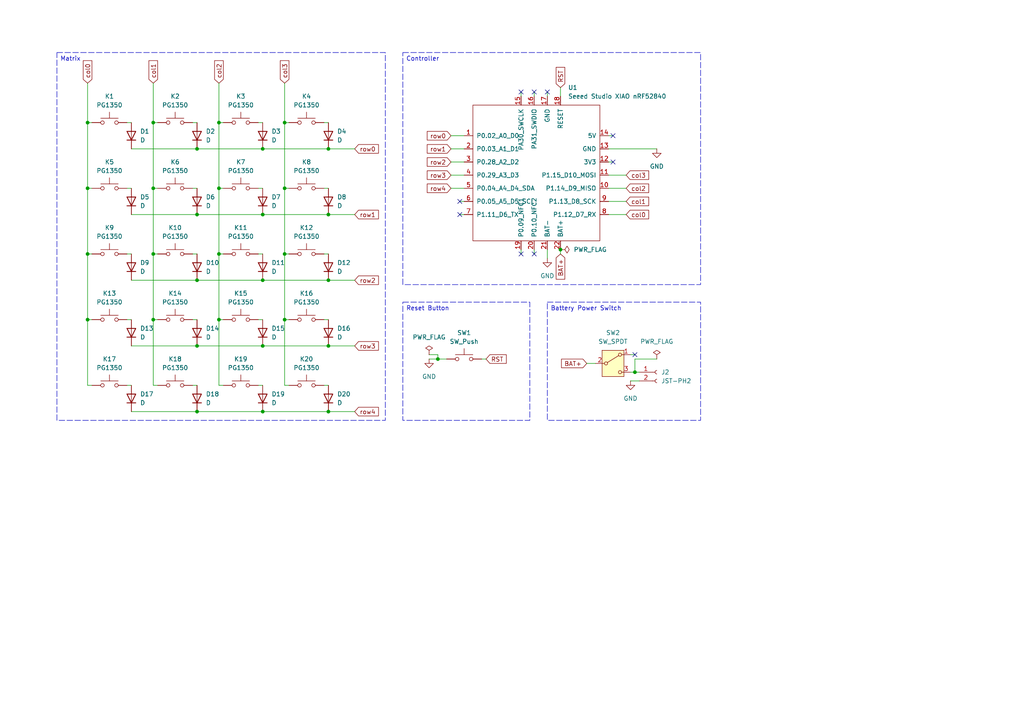
<source format=kicad_sch>
(kicad_sch (version 20231120) (generator "eeschema") (generator_version "8.0")
  (paper "A4")
  (title_block (title "Wee Jock Grid Pad") (date "2024-10-10") (rev "v0.0.2"))
  (lib_symbols
    (symbol "Device:D" (pin_numbers hide) (pin_names (offset 1.016) hide)
      (property "Reference" "D" (at 0 2.54 0))
      (property "Value" "D" (at 0 -2.54 0))
      (symbol "D_0_1"
        (polyline (pts (xy -1.27 1.27) (xy -1.27 -1.27)) (stroke (width 0.254)))
        (polyline (pts (xy 1.27 0) (xy -1.27 0)))
        (polyline (pts (xy 1.27 1.27) (xy 1.27 -1.27) (xy -1.27 0) (xy 1.27 1.27)) (stroke (width 0.254)))
      )
      (symbol "D_1_1"
        (pin passive line (at -3.81 0 0) (length 2.54) (name "K") (number "1"))
        (pin passive line (at 3.81 0 180) (length 2.54) (name "A") (number "2"))
      )
    )
    (symbol "Seeed_Studio_XIAO_Series:Seeed Studio XIAO nRF52840" (pin_names (offset 1.016))
      (property "Reference" "U" (at -19.05 24.13 0))
      (property "Value" "Seeed Studio XIAO nRF52840" (at -5.08 21.59 0))
      (symbol "Seeed Studio XIAO nRF52840_0_1"
        (rectangle (start -19.05 20.32) (end 17.78 -19.05))
      )
      (symbol "Seeed Studio XIAO nRF52840_1_1"
        (pin bidirectional line (at -21.59 11.43 0) (length 2.54) (name "P0.02_A0_D0") (number "1"))
        (pin bidirectional line (at 20.32 -3.81 180) (length 2.54) (name "P1.14_D9_MISO") (number "10"))
        (pin bidirectional line (at 20.32 0 180) (length 2.54) (name "P1.15_D10_MOSI") (number "11"))
        (pin power_in line (at 20.32 3.81 180) (length 2.54) (name "3V3") (number "12"))
        (pin power_in line (at 20.32 7.62 180) (length 2.54) (name "GND") (number "13"))
        (pin power_in line (at 20.32 11.43 180) (length 2.54) (name "5V") (number "14"))
        (pin input line (at -5.08 22.86 270) (length 2.54) (name "PA30_SWCLK") (number "15"))
        (pin bidirectional line (at -1.27 22.86 270) (length 2.54) (name "PA31_SWDIO") (number "16"))
        (pin power_in line (at 2.54 22.86 270) (length 2.54) (name "GND") (number "17"))
        (pin input line (at 6.35 22.86 270) (length 2.54) (name "RESET") (number "18"))
        (pin bidirectional line (at -5.08 -21.59 90) (length 2.54) (name "P0.09_NFC1") (number "19"))
        (pin bidirectional line (at -21.59 7.62 0) (length 2.54) (name "P0.03_A1_D1") (number "2"))
        (pin bidirectional line (at -1.27 -21.59 90) (length 2.54) (name "P0.10_NFC2") (number "20"))
        (pin power_in line (at 2.54 -21.59 90) (length 2.54) (name "BAT-") (number "21"))
        (pin power_in line (at 6.35 -21.59 90) (length 2.54) (name "BAT+") (number "22"))
        (pin bidirectional line (at -21.59 3.81 0) (length 2.54) (name "P0.28_A2_D2") (number "3"))
        (pin bidirectional line (at -21.59 0 0) (length 2.54) (name "P0.29_A3_D3") (number "4"))
        (pin bidirectional line (at -21.59 -3.81 0) (length 2.54) (name "P0.04_A4_D4_SDA") (number "5"))
        (pin bidirectional line (at -21.59 -7.62 0) (length 2.54) (name "P0.05_A5_D5_SCL") (number "6"))
        (pin bidirectional line (at -21.59 -11.43 0) (length 2.54) (name "P1.11_D6_TX") (number "7"))
        (pin bidirectional line (at 20.32 -11.43 180) (length 2.54) (name "P1.12_D7_RX") (number "8"))
        (pin bidirectional line (at 20.32 -7.62 180) (length 2.54) (name "P1.13_D8_SCK") (number "9"))
      )
    )
    (symbol "Switch:SW_Push" (pin_numbers hide) (pin_names (offset 1.016) hide)
      (property "Reference" "SW" (at 1.27 2.54 0))
      (property "Value" "SW_Push" (at 0 -1.524 0))
      (symbol "SW_Push_0_1"
        (circle (center -2.032 0) (radius 0.508))
        (polyline (pts (xy 0 1.27) (xy 0 3.048)))
        (polyline (pts (xy 2.54 1.27) (xy -2.54 1.27)))
        (circle (center 2.032 0) (radius 0.508))
        (pin passive line (at -5.08 0 0) (length 2.54) (name "1") (number "1"))
        (pin passive line (at 5.08 0 180) (length 2.54) (name "2") (number "2"))
      )
    )
    (symbol "Switch:SW_SPDT" (pin_names (offset 0) hide)
      (property "Reference" "SW" (at 0 5.08 0))
      (property "Value" "SW_SPDT" (at 0 -5.08 0))
      (symbol "SW_SPDT_0_1"
        (circle (center -2.032 0) (radius 0.4572))
        (polyline (pts (xy -1.651 0.254) (xy 1.651 2.286)))
        (circle (center 2.032 -2.54) (radius 0.4572))
        (circle (center 2.032 2.54) (radius 0.4572))
      )
      (symbol "SW_SPDT_1_1"
        (rectangle (start -3.175 3.81) (end 3.175 -3.81) (fill (type background)))
        (pin passive line (at 5.08 2.54 180) (length 2.54) (name "A") (number "1"))
        (pin passive line (at -5.08 0 0) (length 2.54) (name "B") (number "2"))
        (pin passive line (at 5.08 -2.54 180) (length 2.54) (name "C") (number "3"))
      )
    )
    (symbol "power:GND" (power) (pin_numbers hide) (pin_names (offset 0) hide)
      (property "Value" "GND" (at 0 -3.81 0))
      (symbol "GND_0_1"
        (polyline (pts (xy 0 0) (xy 0 -1.27) (xy 1.27 -1.27) (xy 0 -2.54) (xy -1.27 -1.27) (xy 0 -1.27)))
      )
      (symbol "GND_1_1"
        (pin power_in line (at 0 0 270) (length 0) (name "~") (number "1"))
      )
    )
    (symbol "power:PWR_FLAG" (power) (pin_numbers hide) (pin_names (offset 0) hide)
      (property "Value" "PWR_FLAG" (at 0 3.81 0))
      (symbol "PWR_FLAG_0_0"
        (pin power_out line (at 0 0 90) (length 0) (name "~") (number "1"))
      )
      (symbol "PWR_FLAG_0_1"
        (polyline (pts (xy 0 0) (xy 0 1.27) (xy -1.016 1.905) (xy 0 2.54) (xy 1.016 1.905) (xy 0 1.27)))
      )
    )
    (symbol "weejock_keyboard_parts:JST-PH2" (pin_names (offset 1.016) hide)
      (property "Reference" "J" (at 0 2.54 0))
      (property "Value" "JST-PH2" (at 0 -5.08 0))
      (symbol "JST-PH2_1_1"
        (arc (start 0 -2.032) (mid -0.5058 -2.54) (end 0 -3.048) (stroke (width 0.1524)))
        (polyline (pts (xy -1.27 -2.54) (xy -0.508 -2.54)) (stroke (width 0.1524)))
        (polyline (pts (xy -1.27 0) (xy -0.508 0)) (stroke (width 0.1524)))
        (arc (start 0 0.508) (mid -0.5058 0) (end 0 -0.508) (stroke (width 0.1524)))
        (pin passive line (at -5.08 0 0) (length 3.81) (name "Pin_1") (number "1"))
        (pin passive line (at -5.08 -2.54 0) (length 3.81) (name "Pin_2") (number "2"))
      )
    )
    (symbol "weejock_keyboard_parts:PG1350" (pin_numbers hide) (pin_names (offset 1.016) hide)
      (property "Reference" "K" (at 1.27 2.54 0))
      (property "Value" "PG1350" (at 0 -1.524 0))
      (symbol "PG1350_0_1"
        (circle (center -2.032 0) (radius 0.508))
        (polyline (pts (xy 0 1.27) (xy 0 3.048)))
        (polyline (pts (xy 2.54 1.27) (xy -2.54 1.27)))
        (circle (center 2.032 0) (radius 0.508))
        (pin passive line (at -5.08 0 0) (length 2.54) (name "1") (number "1"))
        (pin passive line (at 5.08 0 180) (length 2.54) (name "2") (number "2"))
      )
    )
  )
  (junction (at 25.4 73.66))
  (junction (at 57.15 43.18))
  (junction (at 95.25 43.18))
  (junction (at 44.45 35.56))
  (junction (at 44.45 92.71))
  (junction (at 63.5 73.66))
  (junction (at 57.15 100.33))
  (junction (at 57.15 119.38))
  (junction (at 25.4 35.56))
  (junction (at 76.2 81.28))
  (junction (at 127 104.14))
  (junction (at 162.56 72.39))
  (junction (at 25.4 54.61))
  (junction (at 63.5 92.71))
  (junction (at 76.2 43.18))
  (junction (at 95.25 62.23))
  (junction (at 95.25 81.28))
  (junction (at 95.25 119.38))
  (junction (at 63.5 35.56))
  (junction (at 25.4 92.71))
  (junction (at 76.2 62.23))
  (junction (at 44.45 54.61))
  (junction (at 44.45 73.66))
  (junction (at 76.2 100.33))
  (junction (at 82.55 54.61))
  (junction (at 57.15 81.28))
  (junction (at 184.15 107.95))
  (junction (at 82.55 92.71))
  (junction (at 57.15 62.23))
  (junction (at 95.25 100.33))
  (junction (at 82.55 73.66))
  (junction (at 76.2 119.38))
  (junction (at 63.5 54.61))
  (junction (at 82.55 35.56))
  (no_connect (at 184.15 102.87))
  (no_connect (at 177.8 46.99))
  (no_connect (at 133.35 58.42))
  (no_connect (at 154.94 73.66))
  (no_connect (at 151.13 26.67))
  (no_connect (at 158.75 26.67))
  (no_connect (at 154.94 26.67))
  (no_connect (at 133.35 62.23))
  (no_connect (at 177.8 39.37))
  (no_connect (at 151.13 73.66))
  (wire (pts (xy 63.5 111.76) (xy 64.77 111.76)))
  (wire (pts (xy 44.45 111.76) (xy 45.72 111.76)))
  (wire (pts (xy 158.75 26.67) (xy 158.75 27.94)))
  (wire (pts (xy 44.45 35.56) (xy 44.45 54.61)))
  (wire (pts (xy 44.45 73.66) (xy 45.72 73.66)))
  (wire (pts (xy 44.45 54.61) (xy 45.72 54.61)))
  (wire (pts (xy 63.5 24.13) (xy 63.5 35.56)))
  (wire (pts (xy 57.15 62.23) (xy 76.2 62.23)))
  (wire (pts (xy 63.5 73.66) (xy 64.77 73.66)))
  (wire (pts (xy 190.5 104.14) (xy 184.15 104.14)))
  (wire (pts (xy 25.4 54.61) (xy 26.67 54.61)))
  (wire (pts (xy 44.45 92.71) (xy 44.45 111.76)))
  (wire (pts (xy 95.25 100.33) (xy 102.87 100.33)))
  (wire (pts (xy 44.45 92.71) (xy 45.72 92.71)))
  (wire (pts (xy 130.81 54.61) (xy 134.62 54.61)))
  (wire (pts (xy 44.45 35.56) (xy 45.72 35.56)))
  (wire (pts (xy 130.81 43.18) (xy 134.62 43.18)))
  (wire (pts (xy 82.55 35.56) (xy 82.55 54.61)))
  (wire (pts (xy 133.35 58.42) (xy 134.62 58.42)))
  (wire (pts (xy 76.2 81.28) (xy 95.25 81.28)))
  (wire (pts (xy 182.88 107.95) (xy 184.15 107.95)))
  (wire (pts (xy 25.4 54.61) (xy 25.4 73.66)))
  (wire (pts (xy 95.25 62.23) (xy 102.87 62.23)))
  (wire (pts (xy 74.93 54.61) (xy 76.2 54.61)))
  (wire (pts (xy 25.4 24.13) (xy 25.4 35.56)))
  (wire (pts (xy 44.45 73.66) (xy 44.45 92.71)))
  (wire (pts (xy 38.1 100.33) (xy 57.15 100.33)))
  (wire (pts (xy 93.98 73.66) (xy 95.25 73.66)))
  (wire (pts (xy 57.15 100.33) (xy 76.2 100.33)))
  (wire (pts (xy 25.4 92.71) (xy 25.4 111.76)))
  (wire (pts (xy 25.4 73.66) (xy 25.4 92.71)))
  (wire (pts (xy 82.55 92.71) (xy 83.82 92.71)))
  (wire (pts (xy 82.55 35.56) (xy 83.82 35.56)))
  (wire (pts (xy 158.75 74.93) (xy 158.75 72.39)))
  (wire (pts (xy 55.88 111.76) (xy 57.15 111.76)))
  (wire (pts (xy 82.55 92.71) (xy 82.55 111.76)))
  (wire (pts (xy 95.25 119.38) (xy 102.87 119.38)))
  (wire (pts (xy 63.5 35.56) (xy 64.77 35.56)))
  (wire (pts (xy 63.5 92.71) (xy 64.77 92.71)))
  (wire (pts (xy 139.7 104.14) (xy 140.97 104.14)))
  (wire (pts (xy 182.88 110.49) (xy 185.42 110.49)))
  (wire (pts (xy 184.15 104.14) (xy 184.15 107.95)))
  (wire (pts (xy 38.1 81.28) (xy 57.15 81.28)))
  (wire (pts (xy 63.5 54.61) (xy 63.5 73.66)))
  (wire (pts (xy 151.13 26.67) (xy 151.13 27.94)))
  (wire (pts (xy 38.1 43.18) (xy 57.15 43.18)))
  (wire (pts (xy 55.88 54.61) (xy 57.15 54.61)))
  (wire (pts (xy 124.46 102.87) (xy 127 102.87)))
  (wire (pts (xy 130.81 46.99) (xy 134.62 46.99)))
  (wire (pts (xy 133.35 62.23) (xy 134.62 62.23)))
  (wire (pts (xy 25.4 92.71) (xy 26.67 92.71)))
  (wire (pts (xy 82.55 24.13) (xy 82.55 35.56)))
  (wire (pts (xy 184.15 102.87) (xy 182.88 102.87)))
  (wire (pts (xy 63.5 73.66) (xy 63.5 92.71)))
  (wire (pts (xy 124.46 104.14) (xy 127 104.14)))
  (wire (pts (xy 44.45 54.61) (xy 44.45 73.66)))
  (wire (pts (xy 127 104.14) (xy 129.54 104.14)))
  (wire (pts (xy 162.56 73.66) (xy 162.56 72.39)))
  (wire (pts (xy 93.98 92.71) (xy 95.25 92.71)))
  (wire (pts (xy 93.98 35.56) (xy 95.25 35.56)))
  (wire (pts (xy 95.25 43.18) (xy 102.87 43.18)))
  (wire (pts (xy 25.4 35.56) (xy 25.4 54.61)))
  (wire (pts (xy 57.15 119.38) (xy 76.2 119.38)))
  (wire (pts (xy 130.81 39.37) (xy 134.62 39.37)))
  (wire (pts (xy 76.2 100.33) (xy 95.25 100.33)))
  (wire (pts (xy 74.93 111.76) (xy 76.2 111.76)))
  (wire (pts (xy 36.83 73.66) (xy 38.1 73.66)))
  (wire (pts (xy 57.15 81.28) (xy 76.2 81.28)))
  (wire (pts (xy 76.2 43.18) (xy 95.25 43.18)))
  (wire (pts (xy 36.83 111.76) (xy 38.1 111.76)))
  (wire (pts (xy 55.88 35.56) (xy 57.15 35.56)))
  (wire (pts (xy 36.83 35.56) (xy 38.1 35.56)))
  (wire (pts (xy 82.55 111.76) (xy 83.82 111.76)))
  (wire (pts (xy 82.55 54.61) (xy 83.82 54.61)))
  (wire (pts (xy 38.1 119.38) (xy 57.15 119.38)))
  (wire (pts (xy 55.88 92.71) (xy 57.15 92.71)))
  (wire (pts (xy 151.13 73.66) (xy 151.13 72.39)))
  (wire (pts (xy 55.88 73.66) (xy 57.15 73.66)))
  (wire (pts (xy 93.98 111.76) (xy 95.25 111.76)))
  (wire (pts (xy 127 102.87) (xy 127 104.14)))
  (wire (pts (xy 176.53 58.42) (xy 181.61 58.42)))
  (wire (pts (xy 76.2 62.23) (xy 95.25 62.23)))
  (wire (pts (xy 76.2 119.38) (xy 95.25 119.38)))
  (wire (pts (xy 63.5 35.56) (xy 63.5 54.61)))
  (wire (pts (xy 177.8 46.99) (xy 176.53 46.99)))
  (wire (pts (xy 44.45 24.13) (xy 44.45 35.56)))
  (wire (pts (xy 82.55 73.66) (xy 83.82 73.66)))
  (wire (pts (xy 38.1 62.23) (xy 57.15 62.23)))
  (wire (pts (xy 176.53 54.61) (xy 181.61 54.61)))
  (wire (pts (xy 95.25 81.28) (xy 102.87 81.28)))
  (wire (pts (xy 74.93 73.66) (xy 76.2 73.66)))
  (wire (pts (xy 162.56 25.4) (xy 162.56 27.94)))
  (wire (pts (xy 176.53 50.8) (xy 181.61 50.8)))
  (wire (pts (xy 25.4 35.56) (xy 26.67 35.56)))
  (wire (pts (xy 25.4 73.66) (xy 26.67 73.66)))
  (wire (pts (xy 93.98 54.61) (xy 95.25 54.61)))
  (wire (pts (xy 74.93 92.71) (xy 76.2 92.71)))
  (wire (pts (xy 25.4 111.76) (xy 26.67 111.76)))
  (wire (pts (xy 82.55 54.61) (xy 82.55 73.66)))
  (wire (pts (xy 36.83 92.71) (xy 38.1 92.71)))
  (wire (pts (xy 63.5 54.61) (xy 64.77 54.61)))
  (wire (pts (xy 190.5 43.18) (xy 176.53 43.18)))
  (wire (pts (xy 154.94 73.66) (xy 154.94 72.39)))
  (wire (pts (xy 170.18 105.41) (xy 172.72 105.41)))
  (wire (pts (xy 63.5 92.71) (xy 63.5 111.76)))
  (wire (pts (xy 74.93 35.56) (xy 76.2 35.56)))
  (wire (pts (xy 57.15 43.18) (xy 76.2 43.18)))
  (wire (pts (xy 36.83 54.61) (xy 38.1 54.61)))
  (wire (pts (xy 177.8 39.37) (xy 176.53 39.37)))
  (wire (pts (xy 154.94 26.67) (xy 154.94 27.94)))
  (wire (pts (xy 176.53 62.23) (xy 181.61 62.23)))
  (wire (pts (xy 82.55 73.66) (xy 82.55 92.71)))
  (wire (pts (xy 184.15 107.95) (xy 185.42 107.95)))
  (wire (pts (xy 130.81 50.8) (xy 134.62 50.8)))
  (text_box "Reset Button" (at 116.84 87.63 0) (size 36.83 34.29) (stroke (width 0) (type dash)) (effects (font (size 1.27 1.27)) (justify left top)))
  (text_box "Matrix" (at 16.51 15.24 0) (size 95.25 106.68) (stroke (width 0) (type dash)) (effects (font (size 1.27 1.27)) (justify left top)))
  (text_box "Controller" (at 116.84 15.24 0) (size 86.36 67.31) (stroke (width 0) (type dash)) (effects (font (size 1.27 1.27)) (justify left top)))
  (text_box "Battery Power Switch" (at 158.75 87.63 0) (size 44.45 34.29) (stroke (width 0) (type dash)) (effects (font (size 1.27 1.27)) (justify left top)))
  (global_label "RST" (shape input) (at 140.97 104.14 0) (property "Intersheetrefs" "${INTERSHEET_REFS}" (effects (hide yes))))
  (global_label "row2" (shape input) (at 102.87 81.28 0) (property "Intersheetrefs" "${INTERSHEET_REFS}" (effects (hide yes))))
  (global_label "row4" (shape input) (at 102.87 119.38 0) (property "Intersheetrefs" "${INTERSHEET_REFS}" (effects (hide yes))))
  (global_label "BAT+" (shape input) (at 162.56 73.66 270) (property "Intersheetrefs" "${INTERSHEET_REFS}" (effects (hide yes))))
  (global_label "col1" (shape input) (at 44.45 24.13 90) (property "Intersheetrefs" "${INTERSHEET_REFS}" (effects (hide yes))))
  (global_label "col0" (shape input) (at 25.4 24.13 90) (property "Intersheetrefs" "${INTERSHEET_REFS}" (effects (hide yes))))
  (global_label "col3" (shape input) (at 181.61 50.8 0) (property "Intersheetrefs" "${INTERSHEET_REFS}" (effects (hide yes))))
  (global_label "row3" (shape input) (at 130.81 50.8 180) (property "Intersheetrefs" "${INTERSHEET_REFS}" (effects (hide yes))))
  (global_label "col1" (shape input) (at 181.61 58.42 0) (property "Intersheetrefs" "${INTERSHEET_REFS}" (effects (hide yes))))
  (global_label "row2" (shape input) (at 130.81 46.99 180) (property "Intersheetrefs" "${INTERSHEET_REFS}" (effects (hide yes))))
  (global_label "col2" (shape input) (at 181.61 54.61 0) (property "Intersheetrefs" "${INTERSHEET_REFS}" (effects (hide yes))))
  (global_label "row3" (shape input) (at 102.87 100.33 0) (property "Intersheetrefs" "${INTERSHEET_REFS}" (effects (hide yes))))
  (global_label "BAT+" (shape input) (at 170.18 105.41 180) (property "Intersheetrefs" "${INTERSHEET_REFS}" (effects (hide yes))))
  (global_label "col2" (shape input) (at 63.5 24.13 90) (property "Intersheetrefs" "${INTERSHEET_REFS}" (effects (hide yes))))
  (global_label "row1" (shape input) (at 102.87 62.23 0) (property "Intersheetrefs" "${INTERSHEET_REFS}" (effects (hide yes))))
  (global_label "col0" (shape input) (at 181.61 62.23 0) (property "Intersheetrefs" "${INTERSHEET_REFS}" (effects (hide yes))))
  (global_label "row4" (shape input) (at 130.81 54.61 180) (property "Intersheetrefs" "${INTERSHEET_REFS}" (effects (hide yes))))
  (global_label "row0" (shape input) (at 130.81 39.37 180) (property "Intersheetrefs" "${INTERSHEET_REFS}" (effects (hide yes))))
  (global_label "row0" (shape input) (at 102.87 43.18 0) (property "Intersheetrefs" "${INTERSHEET_REFS}" (effects (hide yes))))
  (global_label "row1" (shape input) (at 130.81 43.18 180) (property "Intersheetrefs" "${INTERSHEET_REFS}" (effects (hide yes))))
  (global_label "RST" (shape input) (at 162.56 25.4 90) (property "Intersheetrefs" "${INTERSHEET_REFS}" (effects (hide yes))))
  (global_label "col3" (shape input) (at 82.55 24.13 90) (property "Intersheetrefs" "${INTERSHEET_REFS}" (effects (hide yes))))
  (symbol (lib_id "Seeed_Studio_XIAO_Series:Seeed Studio XIAO nRF52840") (at 156.21 50.8 0) (unit 1)
    (property "Reference" "U1" (at 164.7541 25.4 0) (effects (justify left)))
    (property "Value" "Seeed Studio XIAO nRF52840" (at 164.7541 27.94 0) (effects (justify left)))
    (property "Footprint" "weejock_library:Castellated XIAO with BAT+ and RST" (effects (hide yes)))
  )
  (symbol (lib_id "Device:D") (at 38.1 58.42 90) (unit 1)
    (property "Reference" "D5" (at 40.64 57.1499 90) (effects (justify right)))
    (property "Value" "D" (at 40.64 59.6899 90) (effects (justify right)))
    (property "Footprint" "Diode_SMD:D_SOD-123" (effects (hide yes)))
    (property "Description" "Diode" (effects (hide yes)))
    (property "Sim.Device" "D" (effects (hide yes)))
    (property "Sim.Pins" "1=K 2=A" (effects (hide yes)))
  )
  (symbol (lib_id "weejock_keyboard_parts:PG1350") (at 88.9 73.66 0) (unit 1)
    (property "Reference" "K12" (at 88.9 66.04 0))
    (property "Value" "PG1350" (at 88.9 68.58 0))
    (property "Footprint" "weejock_library:SW_Kailh_Choc_V1" (effects (hide yes)))
    (property "Description" "Kailh low-profile key switch, normally-open" (effects (hide yes)))
  )
  (symbol (lib_id "weejock_keyboard_parts:PG1350") (at 50.8 92.71 0) (unit 1)
    (property "Reference" "K14" (at 50.8 85.09 0))
    (property "Value" "PG1350" (at 50.8 87.63 0))
    (property "Footprint" "weejock_library:SW_Kailh_Choc_V1" (effects (hide yes)))
    (property "Description" "Kailh low-profile key switch, normally-open" (effects (hide yes)))
  )
  (symbol (lib_id "Device:D") (at 76.2 77.47 90) (unit 1)
    (property "Reference" "D11" (at 78.74 76.1999 90) (effects (justify right)))
    (property "Value" "D" (at 78.74 78.7399 90) (effects (justify right)))
    (property "Footprint" "Diode_SMD:D_SOD-123" (effects (hide yes)))
    (property "Description" "Diode" (effects (hide yes)))
    (property "Sim.Device" "D" (effects (hide yes)))
    (property "Sim.Pins" "1=K 2=A" (effects (hide yes)))
  )
  (symbol (lib_id "weejock_keyboard_parts:PG1350") (at 69.85 73.66 0) (unit 1)
    (property "Reference" "K11" (at 69.85 66.04 0))
    (property "Value" "PG1350" (at 69.85 68.58 0))
    (property "Footprint" "weejock_library:SW_Kailh_Choc_V1" (effects (hide yes)))
    (property "Description" "Kailh low-profile key switch, normally-open" (effects (hide yes)))
  )
  (symbol (lib_id "power:GND") (at 158.75 74.93 0) (unit 1)
    (property "Reference" "#PWR02" (effects (hide yes)))
    (property "Value" "GND" (at 158.75 80.01 0))
    (property "Description" "Power symbol creates a global label with name \"GND\" , ground" (effects (hide yes)))
  )
  (symbol (lib_id "Device:D") (at 38.1 39.37 90) (unit 1)
    (property "Reference" "D1" (at 40.64 38.0999 90) (effects (justify right)))
    (property "Value" "D" (at 40.64 40.6399 90) (effects (justify right)))
    (property "Footprint" "Diode_SMD:D_SOD-123" (effects (hide yes)))
    (property "Description" "Diode" (effects (hide yes)))
    (property "Sim.Device" "D" (effects (hide yes)))
    (property "Sim.Pins" "1=K 2=A" (effects (hide yes)))
  )
  (symbol (lib_id "Switch:SW_Push") (at 134.62 104.14 0) (unit 1)
    (property "Reference" "SW1" (at 134.62 96.52 0))
    (property "Value" "SW_Push" (at 134.62 99.06 0))
    (property "Footprint" "Button_Switch_SMD:SW_Push_SPST_NO_Alps_SKRK" (effects (hide yes)))
    (property "Description" "Push button switch, generic, two pins" (effects (hide yes)))
  )
  (symbol (lib_id "Device:D") (at 38.1 77.47 90) (unit 1)
    (property "Reference" "D9" (at 40.64 76.1999 90) (effects (justify right)))
    (property "Value" "D" (at 40.64 78.7399 90) (effects (justify right)))
    (property "Footprint" "Diode_SMD:D_SOD-123" (effects (hide yes)))
    (property "Description" "Diode" (effects (hide yes)))
    (property "Sim.Device" "D" (effects (hide yes)))
    (property "Sim.Pins" "1=K 2=A" (effects (hide yes)))
  )
  (symbol (lib_id "Device:D") (at 76.2 58.42 90) (unit 1)
    (property "Reference" "D7" (at 78.74 57.1499 90) (effects (justify right)))
    (property "Value" "D" (at 78.74 59.6899 90) (effects (justify right)))
    (property "Footprint" "Diode_SMD:D_SOD-123" (effects (hide yes)))
    (property "Description" "Diode" (effects (hide yes)))
    (property "Sim.Device" "D" (effects (hide yes)))
    (property "Sim.Pins" "1=K 2=A" (effects (hide yes)))
  )
  (symbol (lib_id "weejock_keyboard_parts:PG1350") (at 88.9 54.61 0) (unit 1)
    (property "Reference" "K8" (at 88.9 46.99 0))
    (property "Value" "PG1350" (at 88.9 49.53 0))
    (property "Footprint" "weejock_library:SW_Kailh_Choc_V1" (effects (hide yes)))
    (property "Description" "Kailh low-profile key switch, normally-open" (effects (hide yes)))
  )
  (symbol (lib_id "weejock_keyboard_parts:JST-PH2") (at 190.5 107.95 0) (unit 1)
    (property "Reference" "J2" (at 191.77 107.9499 0) (effects (justify left)))
    (property "Value" "JST-PH2" (at 191.77 110.4899 0) (effects (justify left)))
    (property "Footprint" "Connector_JST:JST_PH_S2B-PH-K_1x02_P2.00mm_Horizontal" (effects (hide yes)))
    (property "Description" "Generic connector, single row, 01x02, script generated" (effects (hide yes)))
  )
  (symbol (lib_id "Device:D") (at 38.1 96.52 90) (unit 1)
    (property "Reference" "D13" (at 40.64 95.2499 90) (effects (justify right)))
    (property "Value" "D" (at 40.64 97.7899 90) (effects (justify right)))
    (property "Footprint" "Diode_SMD:D_SOD-123" (effects (hide yes)))
    (property "Description" "Diode" (effects (hide yes)))
    (property "Sim.Device" "D" (effects (hide yes)))
    (property "Sim.Pins" "1=K 2=A" (effects (hide yes)))
  )
  (symbol (lib_id "Device:D") (at 95.25 39.37 90) (unit 1)
    (property "Reference" "D4" (at 97.79 38.0999 90) (effects (justify right)))
    (property "Value" "D" (at 97.79 40.6399 90) (effects (justify right)))
    (property "Footprint" "Diode_SMD:D_SOD-123" (effects (hide yes)))
    (property "Description" "Diode" (effects (hide yes)))
    (property "Sim.Device" "D" (effects (hide yes)))
    (property "Sim.Pins" "1=K 2=A" (effects (hide yes)))
  )
  (symbol (lib_id "Device:D") (at 76.2 115.57 90) (unit 1)
    (property "Reference" "D19" (at 78.74 114.2999 90) (effects (justify right)))
    (property "Value" "D" (at 78.74 116.8399 90) (effects (justify right)))
    (property "Footprint" "Diode_SMD:D_SOD-123" (effects (hide yes)))
    (property "Description" "Diode" (effects (hide yes)))
    (property "Sim.Device" "D" (effects (hide yes)))
    (property "Sim.Pins" "1=K 2=A" (effects (hide yes)))
  )
  (symbol (lib_id "weejock_keyboard_parts:PG1350") (at 50.8 111.76 0) (unit 1)
    (property "Reference" "K18" (at 50.8 104.14 0))
    (property "Value" "PG1350" (at 50.8 106.68 0))
    (property "Footprint" "weejock_library:SW_Kailh_Choc_V1" (effects (hide yes)))
    (property "Description" "Kailh low-profile key switch, normally-open" (effects (hide yes)))
  )
  (symbol (lib_id "power:PWR_FLAG") (at 162.56 72.39 270) (unit 1)
    (property "Reference" "#FLG03" (effects (hide yes)))
    (property "Value" "PWR_FLAG" (at 166.37 72.3899 90) (effects (justify left)))
    (property "Description" "Special symbol for telling ERC where power comes from" (effects (hide yes)))
  )
  (symbol (lib_id "Device:D") (at 95.25 77.47 90) (unit 1)
    (property "Reference" "D12" (at 97.79 76.1999 90) (effects (justify right)))
    (property "Value" "D" (at 97.79 78.7399 90) (effects (justify right)))
    (property "Footprint" "Diode_SMD:D_SOD-123" (effects (hide yes)))
    (property "Description" "Diode" (effects (hide yes)))
    (property "Sim.Device" "D" (effects (hide yes)))
    (property "Sim.Pins" "1=K 2=A" (effects (hide yes)))
  )
  (symbol (lib_id "weejock_keyboard_parts:PG1350") (at 69.85 54.61 0) (unit 1)
    (property "Reference" "K7" (at 69.85 46.99 0))
    (property "Value" "PG1350" (at 69.85 49.53 0))
    (property "Footprint" "weejock_library:SW_Kailh_Choc_V1" (effects (hide yes)))
    (property "Description" "Kailh low-profile key switch, normally-open" (effects (hide yes)))
  )
  (symbol (lib_id "weejock_keyboard_parts:PG1350") (at 50.8 73.66 0) (unit 1)
    (property "Reference" "K10" (at 50.8 66.04 0))
    (property "Value" "PG1350" (at 50.8 68.58 0))
    (property "Footprint" "weejock_library:SW_Kailh_Choc_V1" (effects (hide yes)))
    (property "Description" "Kailh low-profile key switch, normally-open" (effects (hide yes)))
  )
  (symbol (lib_id "Device:D") (at 76.2 96.52 90) (unit 1)
    (property "Reference" "D15" (at 78.74 95.2499 90) (effects (justify right)))
    (property "Value" "D" (at 78.74 97.7899 90) (effects (justify right)))
    (property "Footprint" "Diode_SMD:D_SOD-123" (effects (hide yes)))
    (property "Description" "Diode" (effects (hide yes)))
    (property "Sim.Device" "D" (effects (hide yes)))
    (property "Sim.Pins" "1=K 2=A" (effects (hide yes)))
  )
  (symbol (lib_id "weejock_keyboard_parts:PG1350") (at 69.85 35.56 0) (unit 1)
    (property "Reference" "K3" (at 69.85 27.94 0))
    (property "Value" "PG1350" (at 69.85 30.48 0))
    (property "Footprint" "weejock_library:SW_Kailh_Choc_V1" (effects (hide yes)))
    (property "Description" "Kailh low-profile key switch, normally-open" (effects (hide yes)))
  )
  (symbol (lib_id "power:GND") (at 190.5 43.18 0) (unit 1)
    (property "Reference" "#PWR03" (effects (hide yes)))
    (property "Value" "GND" (at 190.5 48.26 0))
    (property "Description" "Power symbol creates a global label with name \"GND\" , ground" (effects (hide yes)))
  )
  (symbol (lib_id "weejock_keyboard_parts:PG1350") (at 31.75 54.61 0) (unit 1)
    (property "Reference" "K5" (at 31.75 46.99 0))
    (property "Value" "PG1350" (at 31.75 49.53 0))
    (property "Footprint" "weejock_library:SW_Kailh_Choc_V1" (effects (hide yes)))
    (property "Description" "Kailh low-profile key switch, normally-open" (effects (hide yes)))
  )
  (symbol (lib_id "Device:D") (at 57.15 96.52 90) (unit 1)
    (property "Reference" "D14" (at 59.69 95.2499 90) (effects (justify right)))
    (property "Value" "D" (at 59.69 97.7899 90) (effects (justify right)))
    (property "Footprint" "Diode_SMD:D_SOD-123" (effects (hide yes)))
    (property "Description" "Diode" (effects (hide yes)))
    (property "Sim.Device" "D" (effects (hide yes)))
    (property "Sim.Pins" "1=K 2=A" (effects (hide yes)))
  )
  (symbol (lib_id "weejock_keyboard_parts:PG1350") (at 50.8 35.56 0) (unit 1)
    (property "Reference" "K2" (at 50.8 27.94 0))
    (property "Value" "PG1350" (at 50.8 30.48 0))
    (property "Footprint" "weejock_library:SW_Kailh_Choc_V1" (effects (hide yes)))
    (property "Description" "Kailh low-profile key switch, normally-open" (effects (hide yes)))
  )
  (symbol (lib_id "Device:D") (at 95.25 96.52 90) (unit 1)
    (property "Reference" "D16" (at 97.79 95.2499 90) (effects (justify right)))
    (property "Value" "D" (at 97.79 97.7899 90) (effects (justify right)))
    (property "Footprint" "Diode_SMD:D_SOD-123" (effects (hide yes)))
    (property "Description" "Diode" (effects (hide yes)))
    (property "Sim.Device" "D" (effects (hide yes)))
    (property "Sim.Pins" "1=K 2=A" (effects (hide yes)))
  )
  (symbol (lib_id "Device:D") (at 57.15 58.42 90) (unit 1)
    (property "Reference" "D6" (at 59.69 57.1499 90) (effects (justify right)))
    (property "Value" "D" (at 59.69 59.6899 90) (effects (justify right)))
    (property "Footprint" "Diode_SMD:D_SOD-123" (effects (hide yes)))
    (property "Description" "Diode" (effects (hide yes)))
    (property "Sim.Device" "D" (effects (hide yes)))
    (property "Sim.Pins" "1=K 2=A" (effects (hide yes)))
  )
  (symbol (lib_id "weejock_keyboard_parts:PG1350") (at 31.75 73.66 0) (unit 1)
    (property "Reference" "K9" (at 31.75 66.04 0))
    (property "Value" "PG1350" (at 31.75 68.58 0))
    (property "Footprint" "weejock_library:SW_Kailh_Choc_V1" (effects (hide yes)))
    (property "Description" "Kailh low-profile key switch, normally-open" (effects (hide yes)))
  )
  (symbol (lib_id "weejock_keyboard_parts:PG1350") (at 31.75 35.56 0) (unit 1)
    (property "Reference" "K1" (at 31.75 27.94 0))
    (property "Value" "PG1350" (at 31.75 30.48 0))
    (property "Footprint" "weejock_library:SW_Kailh_Choc_V1" (effects (hide yes)))
    (property "Description" "Kailh low-profile key switch, normally-open" (effects (hide yes)))
  )
  (symbol (lib_id "Device:D") (at 95.25 58.42 90) (unit 1)
    (property "Reference" "D8" (at 97.79 57.1499 90) (effects (justify right)))
    (property "Value" "D" (at 97.79 59.6899 90) (effects (justify right)))
    (property "Footprint" "Diode_SMD:D_SOD-123" (effects (hide yes)))
    (property "Description" "Diode" (effects (hide yes)))
    (property "Sim.Device" "D" (effects (hide yes)))
    (property "Sim.Pins" "1=K 2=A" (effects (hide yes)))
  )
  (symbol (lib_id "weejock_keyboard_parts:PG1350") (at 88.9 92.71 0) (unit 1)
    (property "Reference" "K16" (at 88.9 85.09 0))
    (property "Value" "PG1350" (at 88.9 87.63 0))
    (property "Footprint" "weejock_library:SW_Kailh_Choc_V1" (effects (hide yes)))
    (property "Description" "Kailh low-profile key switch, normally-open" (effects (hide yes)))
  )
  (symbol (lib_id "Device:D") (at 57.15 77.47 90) (unit 1)
    (property "Reference" "D10" (at 59.69 76.1999 90) (effects (justify right)))
    (property "Value" "D" (at 59.69 78.7399 90) (effects (justify right)))
    (property "Footprint" "Diode_SMD:D_SOD-123" (effects (hide yes)))
    (property "Description" "Diode" (effects (hide yes)))
    (property "Sim.Device" "D" (effects (hide yes)))
    (property "Sim.Pins" "1=K 2=A" (effects (hide yes)))
  )
  (symbol (lib_id "Device:D") (at 57.15 115.57 90) (unit 1)
    (property "Reference" "D18" (at 59.69 114.2999 90) (effects (justify right)))
    (property "Value" "D" (at 59.69 116.8399 90) (effects (justify right)))
    (property "Footprint" "Diode_SMD:D_SOD-123" (effects (hide yes)))
    (property "Description" "Diode" (effects (hide yes)))
    (property "Sim.Device" "D" (effects (hide yes)))
    (property "Sim.Pins" "1=K 2=A" (effects (hide yes)))
  )
  (symbol (lib_id "weejock_keyboard_parts:PG1350") (at 69.85 111.76 0) (unit 1)
    (property "Reference" "K19" (at 69.85 104.14 0))
    (property "Value" "PG1350" (at 69.85 106.68 0))
    (property "Footprint" "weejock_library:SW_Kailh_Choc_V1" (effects (hide yes)))
    (property "Description" "Kailh low-profile key switch, normally-open" (effects (hide yes)))
  )
  (symbol (lib_id "Device:D") (at 38.1 115.57 90) (unit 1)
    (property "Reference" "D17" (at 40.64 114.2999 90) (effects (justify right)))
    (property "Value" "D" (at 40.64 116.8399 90) (effects (justify right)))
    (property "Footprint" "Diode_SMD:D_SOD-123" (effects (hide yes)))
    (property "Description" "Diode" (effects (hide yes)))
    (property "Sim.Device" "D" (effects (hide yes)))
    (property "Sim.Pins" "1=K 2=A" (effects (hide yes)))
  )
  (symbol (lib_id "Switch:SW_SPDT") (at 177.8 105.41 0) (unit 1)
    (property "Reference" "SW2" (at 177.8 96.52 0))
    (property "Value" "SW_SPDT" (at 177.8 99.06 0))
    (property "Footprint" "Button_Switch_SMD:SW_SPDT_PCM12" (effects (hide yes)))
    (property "Description" "Switch, single pole double throw" (effects (hide yes)))
  )
  (symbol (lib_id "power:PWR_FLAG") (at 190.5 104.14 0) (unit 1)
    (property "Reference" "#FLG01" (effects (hide yes)))
    (property "Value" "PWR_FLAG" (at 190.5 99.06 0))
    (property "Description" "Special symbol for telling ERC where power comes from" (effects (hide yes)))
  )
  (symbol (lib_id "Device:D") (at 76.2 39.37 90) (unit 1)
    (property "Reference" "D3" (at 78.74 38.0999 90) (effects (justify right)))
    (property "Value" "D" (at 78.74 40.6399 90) (effects (justify right)))
    (property "Footprint" "Diode_SMD:D_SOD-123" (effects (hide yes)))
    (property "Description" "Diode" (effects (hide yes)))
    (property "Sim.Device" "D" (effects (hide yes)))
    (property "Sim.Pins" "1=K 2=A" (effects (hide yes)))
  )
  (symbol (lib_id "power:PWR_FLAG") (at 124.46 102.87 0) (unit 1)
    (property "Reference" "#FLG02" (effects (hide yes)))
    (property "Value" "PWR_FLAG" (at 124.46 97.79 0))
    (property "Description" "Special symbol for telling ERC where power comes from" (effects (hide yes)))
  )
  (symbol (lib_id "weejock_keyboard_parts:PG1350") (at 69.85 92.71 0) (unit 1)
    (property "Reference" "K15" (at 69.85 85.09 0))
    (property "Value" "PG1350" (at 69.85 87.63 0))
    (property "Footprint" "weejock_library:SW_Kailh_Choc_V1" (effects (hide yes)))
    (property "Description" "Kailh low-profile key switch, normally-open" (effects (hide yes)))
  )
  (symbol (lib_id "weejock_keyboard_parts:PG1350") (at 88.9 111.76 0) (unit 1)
    (property "Reference" "K20" (at 88.9 104.14 0))
    (property "Value" "PG1350" (at 88.9 106.68 0))
    (property "Footprint" "weejock_library:SW_Kailh_Choc_V1" (effects (hide yes)))
    (property "Description" "Kailh low-profile key switch, normally-open" (effects (hide yes)))
  )
  (symbol (lib_id "weejock_keyboard_parts:PG1350") (at 31.75 111.76 0) (unit 1)
    (property "Reference" "K17" (at 31.75 104.14 0))
    (property "Value" "PG1350" (at 31.75 106.68 0))
    (property "Footprint" "weejock_library:SW_Kailh_Choc_V1" (effects (hide yes)))
    (property "Description" "Kailh low-profile key switch, normally-open" (effects (hide yes)))
  )
  (symbol (lib_id "weejock_keyboard_parts:PG1350") (at 88.9 35.56 0) (unit 1)
    (property "Reference" "K4" (at 88.9 27.94 0))
    (property "Value" "PG1350" (at 88.9 30.48 0))
    (property "Footprint" "weejock_library:SW_Kailh_Choc_V1" (effects (hide yes)))
    (property "Description" "Kailh low-profile key switch, normally-open" (effects (hide yes)))
  )
  (symbol (lib_id "weejock_keyboard_parts:PG1350") (at 31.75 92.71 0) (unit 1)
    (property "Reference" "K13" (at 31.75 85.09 0))
    (property "Value" "PG1350" (at 31.75 87.63 0))
    (property "Footprint" "weejock_library:SW_Kailh_Choc_V1" (effects (hide yes)))
    (property "Description" "Kailh low-profile key switch, normally-open" (effects (hide yes)))
  )
  (symbol (lib_id "Device:D") (at 95.25 115.57 90) (unit 1)
    (property "Reference" "D20" (at 97.79 114.2999 90) (effects (justify right)))
    (property "Value" "D" (at 97.79 116.8399 90) (effects (justify right)))
    (property "Footprint" "Diode_SMD:D_SOD-123" (effects (hide yes)))
    (property "Description" "Diode" (effects (hide yes)))
    (property "Sim.Device" "D" (effects (hide yes)))
    (property "Sim.Pins" "1=K 2=A" (effects (hide yes)))
  )
  (symbol (lib_id "weejock_keyboard_parts:PG1350") (at 50.8 54.61 0) (unit 1)
    (property "Reference" "K6" (at 50.8 46.99 0))
    (property "Value" "PG1350" (at 50.8 49.53 0))
    (property "Footprint" "weejock_library:SW_Kailh_Choc_V1" (effects (hide yes)))
    (property "Description" "Kailh low-profile key switch, normally-open" (effects (hide yes)))
  )
  (symbol (lib_id "Device:D") (at 57.15 39.37 90) (unit 1)
    (property "Reference" "D2" (at 59.69 38.0999 90) (effects (justify right)))
    (property "Value" "D" (at 59.69 40.6399 90) (effects (justify right)))
    (property "Footprint" "Diode_SMD:D_SOD-123" (effects (hide yes)))
    (property "Description" "Diode" (effects (hide yes)))
    (property "Sim.Device" "D" (effects (hide yes)))
    (property "Sim.Pins" "1=K 2=A" (effects (hide yes)))
  )
  (symbol (lib_id "power:GND") (at 182.88 110.49 0) (unit 1)
    (property "Reference" "#PWR04" (effects (hide yes)))
    (property "Value" "GND" (at 182.88 115.57 0))
    (property "Description" "Power symbol creates a global label with name \"GND\" , ground" (effects (hide yes)))
  )
  (symbol (lib_id "power:GND") (at 124.46 104.14 0) (unit 1)
    (property "Reference" "#PWR01" (effects (hide yes)))
    (property "Value" "GND" (at 124.46 109.22 0))
    (property "Description" "Power symbol creates a global label with name \"GND\" , ground" (effects (hide yes)))
  )
)
</source>
